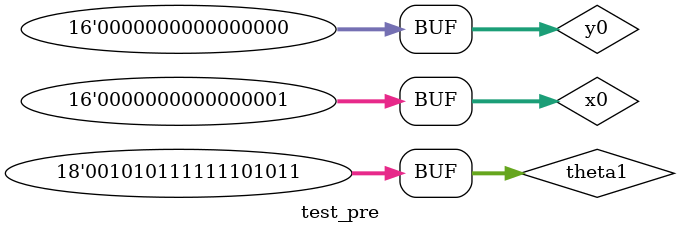
<source format=v>
`timescale 1ns / 1ps



module test_pre;

	// Inputs
	reg [17:0] theta1;
	reg [15:0] x0;
	reg [15:0] y0;

	// Outputs
	wire [12:0] phi;
	wire d0;
	wire d1;
	wire [15:0] Xin;
	wire [15:0] Yin;

	// Instantiate the Unit Under Test (UUT)
	preprocessing uut (
		.theta1(theta1), 
		.x0(x0), 
		.y0(y0), 
		.phi(phi), 
		.d0(d0), 
		.d1(d1), 
		.Xin(Xin), 
		.Yin(Yin)
	);

	initial begin
		// Initialize Inputs
		theta1 = 0;
		x0 = 0;
		y0 = 0;

		// Wait 100 ns for global reset to finish
		#100;
		x0 = 1;
		y0 = 0;
		theta1 = 18'h01921; //pi/8
        
		// Add stimulus here
		#200;
		x0 = 1;
		y0 = 0;
		theta1 = 18'h15FDB; //7pi/4
		
		#300;
		x0 = 1;
		y0 = 0;
		theta1 = 18'h0C90C; //pi-delta
		
		#300;
		x0 = 1;
		y0 = 0;
		theta1 = 18'h0C90C-18'h01921; //pi-delta-pi/8
		
	end
      
endmodule


</source>
